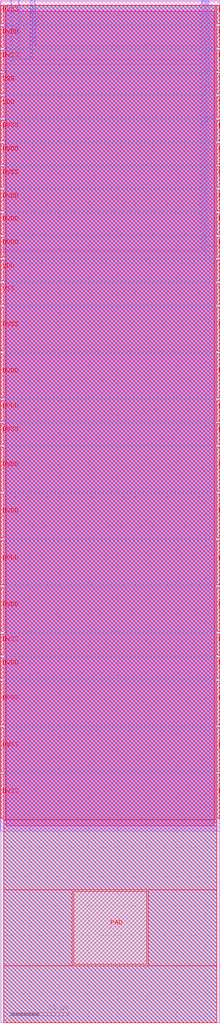
<source format=lef>
VERSION 5.7 ;
  NOWIREEXTENSIONATPIN ON ;
  DIVIDERCHAR "/" ;
  BUSBITCHARS "[]" ;
MACRO gf180mcu_fd_io__bi_24t
  CLASS PAD INOUT ;
  FOREIGN gf180mcu_fd_io__bi_24t ;
  ORIGIN 0.000 0.000 ;
  SIZE 75.000 BY 350.000 ;
  SYMMETRY X Y R90 ;
  SITE GF_IO_Site ;
  PIN A
    DIRECTION INPUT ;
    USE SIGNAL ;
    ANTENNAGATEAREA 4.200000 ;
    ANTENNADIFFAREA 1.000000 ;
    PORT
      LAYER Metal2 ;
        RECT 69.400 264.310 69.780 350.000 ;
    END
  END A
  PIN CS
    DIRECTION INPUT ;
    USE SIGNAL ;
    ANTENNAGATEAREA 3.150000 ;
    ANTENNADIFFAREA 1.000000 ;
    PORT
      LAYER Metal2 ;
        RECT 3.360 328.395 3.740 350.000 ;
    END
  END CS
  PIN DVDD
    DIRECTION INOUT ;
    USE POWER ;
    PORT
      LAYER Metal5 ;
        RECT 74.000 118.000 75.000 125.000 ;
    END
    PORT
      LAYER Metal5 ;
        RECT 74.000 182.000 75.000 197.000 ;
    END
    PORT
      LAYER Metal5 ;
        RECT 74.000 166.000 75.000 181.000 ;
    END
    PORT
      LAYER Metal5 ;
        RECT 74.000 150.000 75.000 165.000 ;
    END
    PORT
      LAYER Metal5 ;
        RECT 74.000 134.000 75.000 149.000 ;
    END
    PORT
      LAYER Metal5 ;
        RECT 74.000 214.000 75.000 229.000 ;
    END
    PORT
      LAYER Metal5 ;
        RECT 74.000 206.000 75.000 213.000 ;
    END
    PORT
      LAYER Metal5 ;
        RECT 74.000 278.000 75.000 285.000 ;
    END
    PORT
      LAYER Metal5 ;
        RECT 74.000 270.000 75.000 277.000 ;
    END
    PORT
      LAYER Metal5 ;
        RECT 74.000 262.000 75.000 269.000 ;
    END
    PORT
      LAYER Metal5 ;
        RECT 74.000 294.000 75.000 301.000 ;
    END
    PORT
      LAYER Metal5 ;
        RECT 74.000 334.000 75.000 341.000 ;
    END
    PORT
      LAYER Metal4 ;
        RECT 74.000 118.000 75.000 125.000 ;
    END
    PORT
      LAYER Metal4 ;
        RECT 74.000 182.000 75.000 197.000 ;
    END
    PORT
      LAYER Metal4 ;
        RECT 74.000 166.000 75.000 181.000 ;
    END
    PORT
      LAYER Metal4 ;
        RECT 74.000 150.000 75.000 165.000 ;
    END
    PORT
      LAYER Metal4 ;
        RECT 74.000 134.000 75.000 149.000 ;
    END
    PORT
      LAYER Metal4 ;
        RECT 74.000 214.000 75.000 229.000 ;
    END
    PORT
      LAYER Metal4 ;
        RECT 74.000 206.000 75.000 213.000 ;
    END
    PORT
      LAYER Metal4 ;
        RECT 74.000 278.000 75.000 285.000 ;
    END
    PORT
      LAYER Metal4 ;
        RECT 74.000 270.000 75.000 277.000 ;
    END
    PORT
      LAYER Metal4 ;
        RECT 74.000 262.000 75.000 269.000 ;
    END
    PORT
      LAYER Metal4 ;
        RECT 74.000 294.000 75.000 301.000 ;
    END
    PORT
      LAYER Metal4 ;
        RECT 74.000 334.000 75.000 341.000 ;
    END
    PORT
      LAYER Metal3 ;
        RECT 74.000 118.000 75.000 125.000 ;
    END
    PORT
      LAYER Metal3 ;
        RECT 74.000 182.000 75.000 197.000 ;
    END
    PORT
      LAYER Metal3 ;
        RECT 74.000 166.000 75.000 181.000 ;
    END
    PORT
      LAYER Metal3 ;
        RECT 74.000 150.000 75.000 165.000 ;
    END
    PORT
      LAYER Metal3 ;
        RECT 74.000 134.000 75.000 149.000 ;
    END
    PORT
      LAYER Metal3 ;
        RECT 74.000 214.000 75.000 229.000 ;
    END
    PORT
      LAYER Metal3 ;
        RECT 74.000 206.000 75.000 213.000 ;
    END
    PORT
      LAYER Metal3 ;
        RECT 74.000 278.000 75.000 285.000 ;
    END
    PORT
      LAYER Metal3 ;
        RECT 74.000 270.000 75.000 277.000 ;
    END
    PORT
      LAYER Metal3 ;
        RECT 74.000 262.000 75.000 269.000 ;
    END
    PORT
      LAYER Metal3 ;
        RECT 74.000 294.000 75.000 301.000 ;
    END
    PORT
      LAYER Metal3 ;
        RECT 74.000 334.000 75.000 341.000 ;
    END
    PORT
      LAYER Metal3 ;
        RECT 0.000 334.000 1.000 341.000 ;
    END
    PORT
      LAYER Metal3 ;
        RECT 0.000 294.000 1.000 301.000 ;
    END
    PORT
      LAYER Metal3 ;
        RECT 0.000 262.000 1.000 269.000 ;
    END
    PORT
      LAYER Metal3 ;
        RECT 0.000 270.000 1.000 277.000 ;
    END
    PORT
      LAYER Metal3 ;
        RECT 0.000 278.000 1.000 285.000 ;
    END
    PORT
      LAYER Metal3 ;
        RECT 0.000 206.000 1.000 213.000 ;
    END
    PORT
      LAYER Metal3 ;
        RECT 0.000 214.000 1.000 229.000 ;
    END
    PORT
      LAYER Metal3 ;
        RECT 0.000 134.000 1.000 149.000 ;
    END
    PORT
      LAYER Metal3 ;
        RECT 0.000 150.000 1.000 165.000 ;
    END
    PORT
      LAYER Metal3 ;
        RECT 0.000 166.000 1.000 181.000 ;
    END
    PORT
      LAYER Metal3 ;
        RECT 0.000 182.000 1.000 197.000 ;
    END
    PORT
      LAYER Metal4 ;
        RECT 0.000 334.000 1.000 341.000 ;
    END
    PORT
      LAYER Metal4 ;
        RECT 0.000 294.000 1.000 301.000 ;
    END
    PORT
      LAYER Metal4 ;
        RECT 0.000 262.000 1.000 269.000 ;
    END
    PORT
      LAYER Metal4 ;
        RECT 0.000 270.000 1.000 277.000 ;
    END
    PORT
      LAYER Metal4 ;
        RECT 0.000 278.000 1.000 285.000 ;
    END
    PORT
      LAYER Metal4 ;
        RECT 0.000 206.000 1.000 213.000 ;
    END
    PORT
      LAYER Metal4 ;
        RECT 0.000 214.000 1.000 229.000 ;
    END
    PORT
      LAYER Metal4 ;
        RECT 0.000 134.000 1.000 149.000 ;
    END
    PORT
      LAYER Metal4 ;
        RECT 0.000 150.000 1.000 165.000 ;
    END
    PORT
      LAYER Metal4 ;
        RECT 0.000 166.000 1.000 181.000 ;
    END
    PORT
      LAYER Metal4 ;
        RECT 0.000 182.000 1.000 197.000 ;
    END
    PORT
      LAYER Metal5 ;
        RECT 0.000 334.000 1.000 341.000 ;
    END
    PORT
      LAYER Metal5 ;
        RECT 0.000 294.000 1.000 301.000 ;
    END
    PORT
      LAYER Metal5 ;
        RECT 0.000 262.000 1.000 269.000 ;
    END
    PORT
      LAYER Metal5 ;
        RECT 0.000 270.000 1.000 277.000 ;
    END
    PORT
      LAYER Metal5 ;
        RECT 0.000 278.000 1.000 285.000 ;
    END
    PORT
      LAYER Metal5 ;
        RECT 0.000 206.000 1.000 213.000 ;
    END
    PORT
      LAYER Metal5 ;
        RECT 0.000 214.000 1.000 229.000 ;
    END
    PORT
      LAYER Metal5 ;
        RECT 0.000 134.000 1.000 149.000 ;
    END
    PORT
      LAYER Metal5 ;
        RECT 0.000 150.000 1.000 165.000 ;
    END
    PORT
      LAYER Metal5 ;
        RECT 0.000 166.000 1.000 181.000 ;
    END
    PORT
      LAYER Metal5 ;
        RECT 0.000 182.000 1.000 197.000 ;
    END
    PORT
      LAYER Metal5 ;
        RECT 0.000 118.000 1.000 125.000 ;
    END
    PORT
      LAYER Metal4 ;
        RECT 0.000 118.000 1.000 125.000 ;
    END
    PORT
      LAYER Metal3 ;
        RECT 0.000 118.000 1.000 125.000 ;
    END
  END DVDD
  PIN DVSS
    DIRECTION INOUT ;
    USE GROUND ;
    PORT
      LAYER Metal5 ;
        RECT 74.000 102.000 75.000 117.000 ;
    END
    PORT
      LAYER Metal5 ;
        RECT 74.000 86.000 75.000 101.000 ;
    END
    PORT
      LAYER Metal5 ;
        RECT 74.000 70.000 75.000 85.000 ;
    END
    PORT
      LAYER Metal5 ;
        RECT 74.000 126.000 75.000 133.000 ;
    END
    PORT
      LAYER Metal5 ;
        RECT 74.000 198.000 75.000 205.000 ;
    END
    PORT
      LAYER Metal5 ;
        RECT 74.000 230.000 75.000 245.000 ;
    END
    PORT
      LAYER Metal5 ;
        RECT 74.000 286.000 75.000 293.000 ;
    END
    PORT
      LAYER Metal5 ;
        RECT 74.000 302.000 75.000 309.000 ;
    END
    PORT
      LAYER Metal5 ;
        RECT 74.000 326.000 75.000 333.000 ;
    END
    PORT
      LAYER Metal5 ;
        RECT 74.000 342.000 75.000 348.390 ;
    END
    PORT
      LAYER Metal4 ;
        RECT 74.000 102.000 75.000 117.000 ;
    END
    PORT
      LAYER Metal4 ;
        RECT 74.000 86.000 75.000 101.000 ;
    END
    PORT
      LAYER Metal4 ;
        RECT 74.000 70.000 75.000 85.000 ;
    END
    PORT
      LAYER Metal4 ;
        RECT 74.000 126.000 75.000 133.000 ;
    END
    PORT
      LAYER Metal4 ;
        RECT 74.000 198.000 75.000 205.000 ;
    END
    PORT
      LAYER Metal4 ;
        RECT 74.000 230.000 75.000 245.000 ;
    END
    PORT
      LAYER Metal4 ;
        RECT 74.000 286.000 75.000 293.000 ;
    END
    PORT
      LAYER Metal4 ;
        RECT 74.000 302.000 75.000 309.000 ;
    END
    PORT
      LAYER Metal4 ;
        RECT 74.000 326.000 75.000 333.000 ;
    END
    PORT
      LAYER Metal4 ;
        RECT 74.000 342.000 75.000 348.390 ;
    END
    PORT
      LAYER Metal3 ;
        RECT 74.000 102.000 75.000 117.000 ;
    END
    PORT
      LAYER Metal3 ;
        RECT 74.000 86.000 75.000 101.000 ;
    END
    PORT
      LAYER Metal3 ;
        RECT 74.000 70.000 75.000 85.000 ;
    END
    PORT
      LAYER Metal3 ;
        RECT 74.000 126.000 75.000 133.000 ;
    END
    PORT
      LAYER Metal3 ;
        RECT 74.000 198.000 75.000 205.000 ;
    END
    PORT
      LAYER Metal3 ;
        RECT 74.000 230.000 75.000 245.000 ;
    END
    PORT
      LAYER Metal3 ;
        RECT 74.000 286.000 75.000 293.000 ;
    END
    PORT
      LAYER Metal3 ;
        RECT 74.000 302.000 75.000 309.000 ;
    END
    PORT
      LAYER Metal3 ;
        RECT 74.000 326.000 75.000 333.000 ;
    END
    PORT
      LAYER Metal3 ;
        RECT 74.000 342.000 75.000 348.390 ;
    END
    PORT
      LAYER Metal3 ;
        RECT 0.000 342.000 1.000 348.390 ;
    END
    PORT
      LAYER Metal3 ;
        RECT 0.000 326.000 1.000 333.000 ;
    END
    PORT
      LAYER Metal3 ;
        RECT 0.000 302.000 1.000 309.000 ;
    END
    PORT
      LAYER Metal3 ;
        RECT 0.000 286.000 1.000 293.000 ;
    END
    PORT
      LAYER Metal3 ;
        RECT 0.000 230.000 1.000 245.000 ;
    END
    PORT
      LAYER Metal3 ;
        RECT 0.000 198.000 1.000 205.000 ;
    END
    PORT
      LAYER Metal3 ;
        RECT 0.000 126.000 1.000 133.000 ;
    END
    PORT
      LAYER Metal3 ;
        RECT 0.000 70.000 1.000 85.000 ;
    END
    PORT
      LAYER Metal3 ;
        RECT 0.000 86.000 1.000 101.000 ;
    END
    PORT
      LAYER Metal4 ;
        RECT 0.000 342.000 1.000 348.390 ;
    END
    PORT
      LAYER Metal4 ;
        RECT 0.000 326.000 1.000 333.000 ;
    END
    PORT
      LAYER Metal4 ;
        RECT 0.000 302.000 1.000 309.000 ;
    END
    PORT
      LAYER Metal4 ;
        RECT 0.000 286.000 1.000 293.000 ;
    END
    PORT
      LAYER Metal4 ;
        RECT 0.000 230.000 1.000 245.000 ;
    END
    PORT
      LAYER Metal4 ;
        RECT 0.000 198.000 1.000 205.000 ;
    END
    PORT
      LAYER Metal4 ;
        RECT 0.000 126.000 1.000 133.000 ;
    END
    PORT
      LAYER Metal4 ;
        RECT 0.000 70.000 1.000 85.000 ;
    END
    PORT
      LAYER Metal4 ;
        RECT 0.000 86.000 1.000 101.000 ;
    END
    PORT
      LAYER Metal5 ;
        RECT 0.000 342.000 1.000 348.390 ;
    END
    PORT
      LAYER Metal5 ;
        RECT 0.000 326.000 1.000 333.000 ;
    END
    PORT
      LAYER Metal5 ;
        RECT 0.000 302.000 1.000 309.000 ;
    END
    PORT
      LAYER Metal5 ;
        RECT 0.000 286.000 1.000 293.000 ;
    END
    PORT
      LAYER Metal5 ;
        RECT 0.000 230.000 1.000 245.000 ;
    END
    PORT
      LAYER Metal5 ;
        RECT 0.000 198.000 1.000 205.000 ;
    END
    PORT
      LAYER Metal5 ;
        RECT 0.000 126.000 1.000 133.000 ;
    END
    PORT
      LAYER Metal5 ;
        RECT 0.000 70.000 1.000 85.000 ;
    END
    PORT
      LAYER Metal5 ;
        RECT 0.000 86.000 1.000 101.000 ;
    END
    PORT
      LAYER Metal5 ;
        RECT 0.000 102.000 1.000 117.000 ;
    END
    PORT
      LAYER Metal4 ;
        RECT 0.000 102.000 1.000 117.000 ;
    END
    PORT
      LAYER Metal3 ;
        RECT 0.000 102.000 1.000 117.000 ;
    END
  END DVSS
  PIN IE
    DIRECTION INPUT ;
    USE SIGNAL ;
    ANTENNAGATEAREA 3.150000 ;
    ANTENNADIFFAREA 1.000000 ;
    PORT
      LAYER Metal2 ;
        RECT 11.385 334.770 11.765 350.000 ;
    END
  END IE
  PIN OE
    DIRECTION INPUT ;
    USE SIGNAL ;
    ANTENNAGATEAREA 16.799999 ;
    ANTENNADIFFAREA 7.776000 ;
    PORT
      LAYER Metal2 ;
        RECT 70.130 266.190 70.510 350.000 ;
    END
  END OE
  PIN PAD
    DIRECTION INOUT ;
    USE SIGNAL ;
    ANTENNADIFFAREA 335.279999 ;
    PORT
      LAYER Metal5 ;
        RECT 25.000 20.000 50.000 45.000 ;
    END
  END PAD
  PIN PD
    DIRECTION INPUT ;
    USE SIGNAL ;
    ANTENNAGATEAREA 10.500000 ;
    ANTENNADIFFAREA 1.000000 ;
    PORT
      LAYER Metal2 ;
        RECT 10.330 329.950 10.710 350.000 ;
    END
  END PD
  PIN PU
    DIRECTION INPUT ;
    USE SIGNAL ;
    ANTENNAGATEAREA 7.350000 ;
    ANTENNADIFFAREA 2.980000 ;
    PORT
      LAYER Metal2 ;
        RECT 5.965 330.270 6.345 350.000 ;
    END
  END PU
  PIN SL
    DIRECTION INPUT ;
    USE SIGNAL ;
    ANTENNAGATEAREA 3.150000 ;
    ANTENNADIFFAREA 1.000000 ;
    PORT
      LAYER Metal2 ;
        RECT 68.670 264.990 69.050 350.000 ;
    END
  END SL
  PIN VDD
    DIRECTION INOUT ;
    USE POWER ;
    PORT
      LAYER Metal5 ;
        RECT 74.000 254.000 75.000 261.000 ;
    END
    PORT
      LAYER Metal5 ;
        RECT 74.000 310.000 75.000 317.000 ;
    END
    PORT
      LAYER Metal4 ;
        RECT 74.000 254.000 75.000 261.000 ;
    END
    PORT
      LAYER Metal4 ;
        RECT 74.000 310.000 75.000 317.000 ;
    END
    PORT
      LAYER Metal3 ;
        RECT 74.000 254.000 75.000 261.000 ;
    END
    PORT
      LAYER Metal3 ;
        RECT 74.000 310.000 75.000 317.000 ;
    END
    PORT
      LAYER Metal3 ;
        RECT 0.000 310.000 1.000 317.000 ;
    END
    PORT
      LAYER Metal4 ;
        RECT 0.000 310.000 1.000 317.000 ;
    END
    PORT
      LAYER Metal5 ;
        RECT 0.000 310.000 1.000 317.000 ;
    END
    PORT
      LAYER Metal5 ;
        RECT 0.000 254.000 1.000 261.000 ;
    END
    PORT
      LAYER Metal4 ;
        RECT 0.000 254.000 1.000 261.000 ;
    END
    PORT
      LAYER Metal3 ;
        RECT 0.000 254.000 1.000 261.000 ;
    END
  END VDD
  PIN VSS
    DIRECTION INOUT ;
    USE GROUND ;
    PORT
      LAYER Metal5 ;
        RECT 74.000 246.000 75.000 253.000 ;
    END
    PORT
      LAYER Metal5 ;
        RECT 74.000 318.000 75.000 325.000 ;
    END
    PORT
      LAYER Metal4 ;
        RECT 74.000 246.000 75.000 253.000 ;
    END
    PORT
      LAYER Metal4 ;
        RECT 74.000 318.000 75.000 325.000 ;
    END
    PORT
      LAYER Metal3 ;
        RECT 74.000 246.000 75.000 253.000 ;
    END
    PORT
      LAYER Metal3 ;
        RECT 74.000 318.000 75.000 325.000 ;
    END
    PORT
      LAYER Metal3 ;
        RECT 0.000 318.000 1.000 325.000 ;
    END
    PORT
      LAYER Metal4 ;
        RECT 0.000 318.000 1.000 325.000 ;
    END
    PORT
      LAYER Metal5 ;
        RECT 0.000 318.000 1.000 325.000 ;
    END
    PORT
      LAYER Metal5 ;
        RECT 0.000 246.000 1.000 253.000 ;
    END
    PORT
      LAYER Metal4 ;
        RECT 0.000 246.000 1.000 253.000 ;
    END
    PORT
      LAYER Metal3 ;
        RECT 0.000 246.000 1.000 253.000 ;
    END
  END VSS
  PIN Y
    DIRECTION OUTPUT ;
    USE SIGNAL ;
    ANTENNADIFFAREA 7.800000 ;
    PORT
      LAYER Metal2 ;
        RECT 70.860 319.750 71.240 350.000 ;
    END
  END Y
  OBS
      LAYER Nwell ;
        RECT 1.820 67.490 73.180 346.385 ;
      LAYER Metal1 ;
        RECT -0.160 65.540 75.160 349.785 ;
      LAYER Metal2 ;
        RECT 0.000 328.095 3.060 348.225 ;
        RECT 4.040 329.970 5.665 348.225 ;
        RECT 6.645 329.970 10.030 348.225 ;
        RECT 4.040 329.650 10.030 329.970 ;
        RECT 11.010 334.470 11.085 348.225 ;
        RECT 12.065 334.470 68.370 348.225 ;
        RECT 11.010 329.650 68.370 334.470 ;
        RECT 4.040 328.095 68.370 329.650 ;
        RECT 0.000 264.690 68.370 328.095 ;
        RECT 71.540 319.450 75.000 348.225 ;
        RECT 70.810 265.890 75.000 319.450 ;
        RECT 0.000 264.010 69.100 264.690 ;
        RECT 70.080 264.010 75.000 265.890 ;
        RECT 0.000 0.000 75.000 264.010 ;
      LAYER Metal3 ;
        RECT 1.300 341.700 73.700 348.390 ;
        RECT 1.000 341.300 74.000 341.700 ;
        RECT 1.300 333.700 73.700 341.300 ;
        RECT 1.000 333.300 74.000 333.700 ;
        RECT 1.300 325.700 73.700 333.300 ;
        RECT 1.000 325.300 74.000 325.700 ;
        RECT 1.300 317.700 73.700 325.300 ;
        RECT 1.000 317.300 74.000 317.700 ;
        RECT 1.300 309.700 73.700 317.300 ;
        RECT 1.000 309.300 74.000 309.700 ;
        RECT 1.300 301.700 73.700 309.300 ;
        RECT 1.000 301.300 74.000 301.700 ;
        RECT 1.300 293.700 73.700 301.300 ;
        RECT 1.000 293.300 74.000 293.700 ;
        RECT 1.300 285.700 73.700 293.300 ;
        RECT 1.000 285.300 74.000 285.700 ;
        RECT 1.300 277.700 73.700 285.300 ;
        RECT 1.000 277.300 74.000 277.700 ;
        RECT 1.300 269.700 73.700 277.300 ;
        RECT 1.000 269.300 74.000 269.700 ;
        RECT 1.300 261.700 73.700 269.300 ;
        RECT 1.000 261.300 74.000 261.700 ;
        RECT 1.300 253.700 73.700 261.300 ;
        RECT 1.000 253.300 74.000 253.700 ;
        RECT 1.300 245.700 73.700 253.300 ;
        RECT 1.000 245.300 74.000 245.700 ;
        RECT 1.300 229.700 73.700 245.300 ;
        RECT 1.000 229.300 74.000 229.700 ;
        RECT 1.300 213.700 73.700 229.300 ;
        RECT 1.000 213.300 74.000 213.700 ;
        RECT 1.300 205.700 73.700 213.300 ;
        RECT 1.000 205.300 74.000 205.700 ;
        RECT 1.300 197.700 73.700 205.300 ;
        RECT 1.000 197.300 74.000 197.700 ;
        RECT 1.300 181.700 73.700 197.300 ;
        RECT 1.000 181.300 74.000 181.700 ;
        RECT 1.300 165.700 73.700 181.300 ;
        RECT 1.000 165.300 74.000 165.700 ;
        RECT 1.300 149.700 73.700 165.300 ;
        RECT 1.000 149.300 74.000 149.700 ;
        RECT 1.300 133.700 73.700 149.300 ;
        RECT 1.000 133.300 74.000 133.700 ;
        RECT 1.300 125.700 73.700 133.300 ;
        RECT 1.000 125.300 74.000 125.700 ;
        RECT 1.300 117.700 73.700 125.300 ;
        RECT 1.000 117.300 74.000 117.700 ;
        RECT 1.300 101.700 73.700 117.300 ;
        RECT 1.000 101.300 74.000 101.700 ;
        RECT 1.300 85.700 73.700 101.300 ;
        RECT 1.000 85.300 74.000 85.700 ;
        RECT 1.300 69.700 73.700 85.300 ;
        RECT 1.000 0.000 74.000 69.700 ;
      LAYER Metal4 ;
        RECT 1.300 341.700 73.700 348.390 ;
        RECT 1.000 341.300 74.000 341.700 ;
        RECT 1.300 333.700 73.700 341.300 ;
        RECT 1.000 333.300 74.000 333.700 ;
        RECT 1.300 325.700 73.700 333.300 ;
        RECT 1.000 325.300 74.000 325.700 ;
        RECT 1.300 317.700 73.700 325.300 ;
        RECT 1.000 317.300 74.000 317.700 ;
        RECT 1.300 309.700 73.700 317.300 ;
        RECT 1.000 309.300 74.000 309.700 ;
        RECT 1.300 301.700 73.700 309.300 ;
        RECT 1.000 301.300 74.000 301.700 ;
        RECT 1.300 293.700 73.700 301.300 ;
        RECT 1.000 293.300 74.000 293.700 ;
        RECT 1.300 285.700 73.700 293.300 ;
        RECT 1.000 285.300 74.000 285.700 ;
        RECT 1.300 277.700 73.700 285.300 ;
        RECT 1.000 277.300 74.000 277.700 ;
        RECT 1.300 269.700 73.700 277.300 ;
        RECT 1.000 269.300 74.000 269.700 ;
        RECT 1.300 261.700 73.700 269.300 ;
        RECT 1.000 261.300 74.000 261.700 ;
        RECT 1.300 253.700 73.700 261.300 ;
        RECT 1.000 253.300 74.000 253.700 ;
        RECT 1.300 245.700 73.700 253.300 ;
        RECT 1.000 245.300 74.000 245.700 ;
        RECT 1.300 229.700 73.700 245.300 ;
        RECT 1.000 229.300 74.000 229.700 ;
        RECT 1.300 213.700 73.700 229.300 ;
        RECT 1.000 213.300 74.000 213.700 ;
        RECT 1.300 205.700 73.700 213.300 ;
        RECT 1.000 205.300 74.000 205.700 ;
        RECT 1.300 197.700 73.700 205.300 ;
        RECT 1.000 197.300 74.000 197.700 ;
        RECT 1.300 181.700 73.700 197.300 ;
        RECT 1.000 181.300 74.000 181.700 ;
        RECT 1.300 165.700 73.700 181.300 ;
        RECT 1.000 165.300 74.000 165.700 ;
        RECT 1.300 149.700 73.700 165.300 ;
        RECT 1.000 149.300 74.000 149.700 ;
        RECT 1.300 133.700 73.700 149.300 ;
        RECT 1.000 133.300 74.000 133.700 ;
        RECT 1.300 125.700 73.700 133.300 ;
        RECT 1.000 125.300 74.000 125.700 ;
        RECT 1.300 117.700 73.700 125.300 ;
        RECT 1.000 117.300 74.000 117.700 ;
        RECT 1.300 101.700 73.700 117.300 ;
        RECT 1.000 101.300 74.000 101.700 ;
        RECT 1.300 85.700 73.700 101.300 ;
        RECT 1.000 85.300 74.000 85.700 ;
        RECT 1.300 69.700 73.700 85.300 ;
        RECT 1.000 0.000 74.000 69.700 ;
      LAYER Metal5 ;
        RECT 1.500 69.500 73.500 348.390 ;
        RECT 1.000 45.500 74.000 69.500 ;
        RECT 1.000 19.500 24.500 45.500 ;
        RECT 50.500 19.500 74.000 45.500 ;
        RECT 1.000 0.000 74.000 19.500 ;
  END
END gf180mcu_fd_io__bi_24t
END LIBRARY


</source>
